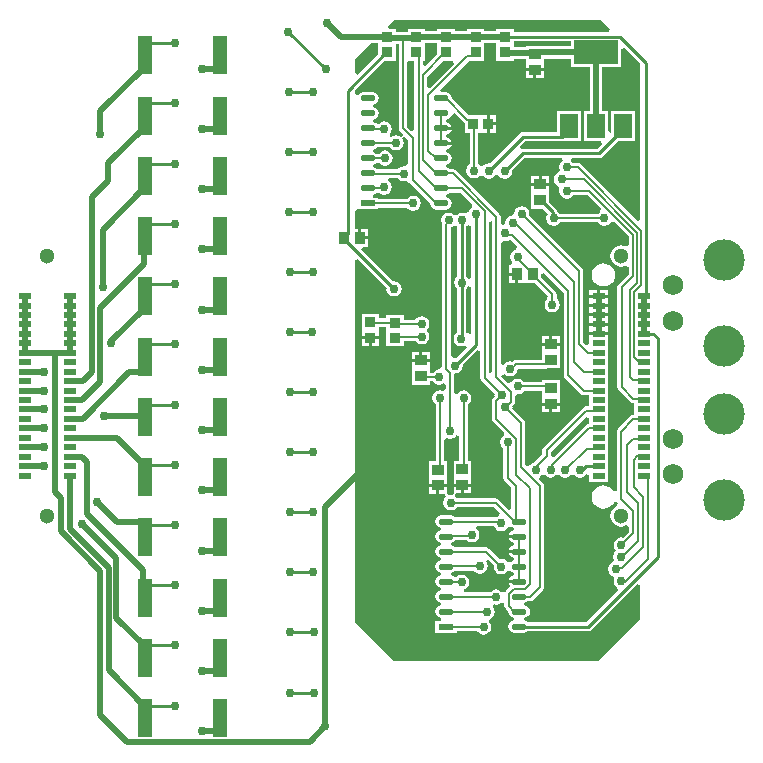
<source format=gbr>
%TF.GenerationSoftware,Altium Limited,Altium Designer,19.0.10 (269)*%
G04 Layer_Physical_Order=2*
G04 Layer_Color=16711680*
%FSLAX26Y26*%
%MOIN*%
%TF.FileFunction,Copper,L2,Bot,Signal*%
%TF.Part,Single*%
G01*
G75*
%TA.AperFunction,SMDPad,CuDef*%
%ADD10R,0.033465X0.037402*%
%ADD11R,0.037402X0.033465*%
%ADD17R,0.039370X0.035433*%
%TA.AperFunction,Conductor*%
%ADD20C,0.008000*%
%ADD21C,0.010000*%
%ADD22C,0.020000*%
%TA.AperFunction,ComponentPad*%
%ADD24C,0.051181*%
%ADD25C,0.137795*%
%ADD26C,0.068898*%
%TA.AperFunction,ViaPad*%
%ADD27C,0.030000*%
%TA.AperFunction,SMDPad,CuDef*%
%ADD28R,0.149606X0.078740*%
%ADD29R,0.059055X0.078740*%
%TA.AperFunction,ConnectorPad*%
%ADD30R,0.037402X0.033465*%
%TA.AperFunction,SMDPad,CuDef*%
%ADD31O,0.051181X0.019685*%
%ADD32R,0.051181X0.019685*%
%ADD33R,0.035433X0.039370*%
%ADD34R,0.043307X0.019685*%
%ADD35R,0.049000X0.125000*%
G36*
X2073719Y2467619D02*
X2069892Y2458381D01*
X1752126D01*
Y2468662D01*
X1694724D01*
Y2462321D01*
X1653701D01*
Y2468661D01*
X1596299D01*
Y2462321D01*
X1555276D01*
Y2468661D01*
X1497874D01*
Y2462321D01*
X1456850D01*
Y2468661D01*
X1399449D01*
Y2458384D01*
X1358425D01*
Y2468662D01*
X1337042D01*
X1333215Y2477900D01*
X1353346Y2498031D01*
X2043307Y2498032D01*
X2073719Y2467619D01*
D02*
G37*
G36*
X1941772Y2411140D02*
X1851535D01*
Y2413543D01*
X1792165D01*
Y2408679D01*
X1752126D01*
Y2415197D01*
Y2427793D01*
X1941772D01*
Y2411140D01*
D02*
G37*
G36*
X1694724Y2364016D02*
X1752126D01*
Y2367896D01*
X1792165D01*
Y2337677D01*
X1851535D01*
Y2358110D01*
Y2370356D01*
X1941772D01*
Y2343347D01*
X2006183D01*
Y2194055D01*
X1987047D01*
Y2095315D01*
X2042904D01*
X2046731Y2086076D01*
X2030559Y2069904D01*
X1781972D01*
X1778141Y2069142D01*
X1773121Y2075437D01*
X1772246Y2077389D01*
X1789878Y2095021D01*
X1911496D01*
X1912974Y2095315D01*
X1975551D01*
Y2194055D01*
X1896496D01*
Y2125609D01*
X1783543D01*
X1777691Y2124445D01*
X1772729Y2121130D01*
X1672512Y2020912D01*
X1669291Y2021553D01*
X1659537Y2019612D01*
X1651267Y2014087D01*
X1651140Y2013897D01*
X1641173Y2013280D01*
X1633369Y2020863D01*
Y2123858D01*
X1662323D01*
Y2152559D01*
Y2181260D01*
X1616688D01*
X1615309Y2181534D01*
X1615308Y2181534D01*
X1601645D01*
X1545814Y2237365D01*
X1545822Y2237402D01*
X1544282Y2245144D01*
X1539896Y2251707D01*
X1533333Y2256093D01*
X1525591Y2257633D01*
X1510374D01*
X1506547Y2266872D01*
X1603417Y2363741D01*
X1612267D01*
X1612268Y2363741D01*
X1613647Y2364016D01*
X1653701D01*
Y2421537D01*
X1694724D01*
Y2364016D01*
D02*
G37*
G36*
X1497874Y2384203D02*
X1458332Y2344661D01*
X1449093Y2348488D01*
Y2364016D01*
X1456850D01*
Y2421537D01*
X1497874D01*
Y2384203D01*
D02*
G37*
G36*
X1301024Y2385645D02*
X1232664Y2317285D01*
X1223425Y2321112D01*
Y2368110D01*
X1276852Y2421537D01*
X1301024D01*
Y2385645D01*
D02*
G37*
G36*
X1553317Y2354016D02*
X1472332Y2273031D01*
X1463093Y2276858D01*
Y2309048D01*
X1518061Y2364016D01*
X1549175D01*
X1553317Y2354016D01*
D02*
G37*
G36*
X1420545Y2133583D02*
X1411306Y2129756D01*
X1397148Y2143914D01*
Y2354968D01*
X1399449Y2364016D01*
X1420545D01*
Y2133583D01*
D02*
G37*
G36*
X1368600Y2138001D02*
X1368600Y2138001D01*
X1369686Y2132539D01*
X1372781Y2127907D01*
X1384747Y2115941D01*
X1378372Y2108174D01*
X1370975Y2113116D01*
X1361220Y2115057D01*
X1351466Y2113116D01*
X1343197Y2107591D01*
X1341148Y2107985D01*
X1339045Y2117514D01*
X1339087Y2117606D01*
X1344612Y2125876D01*
X1346553Y2135630D01*
X1344612Y2145385D01*
X1339087Y2153654D01*
X1330817Y2159180D01*
X1321063Y2161120D01*
X1311308Y2159180D01*
X1303039Y2153654D01*
X1291994Y2154331D01*
X1289356Y2156093D01*
X1281614Y2157633D01*
Y2167171D01*
X1289356Y2168711D01*
X1295920Y2173096D01*
X1300305Y2179660D01*
X1301845Y2187402D01*
X1300305Y2195144D01*
X1295920Y2201707D01*
X1289356Y2206093D01*
X1281614Y2207633D01*
Y2217171D01*
X1289356Y2218711D01*
X1295920Y2223096D01*
X1300305Y2229660D01*
X1301845Y2237402D01*
X1300305Y2245144D01*
X1295920Y2251707D01*
X1289356Y2256093D01*
X1281614Y2257633D01*
X1250118D01*
X1242376Y2256093D01*
X1235812Y2251707D01*
X1233425Y2248135D01*
X1223425Y2251168D01*
Y2264789D01*
X1322652Y2364016D01*
X1358425D01*
Y2417600D01*
X1368600D01*
Y2138001D01*
D02*
G37*
G36*
X1400553Y2100136D02*
Y2017560D01*
X1390552Y2010770D01*
X1385827Y2011710D01*
X1376072Y2009770D01*
X1367803Y2004245D01*
X1365692Y2001085D01*
X1296335D01*
X1295920Y2001707D01*
X1289356Y2006093D01*
X1281614Y2007633D01*
Y2017171D01*
X1289356Y2018711D01*
X1293940Y2021774D01*
X1305303Y2020854D01*
X1313572Y2015329D01*
X1323327Y2013388D01*
X1333081Y2015329D01*
X1341351Y2020854D01*
X1346876Y2029123D01*
X1348817Y2038878D01*
X1346876Y2048633D01*
X1341351Y2056902D01*
X1333081Y2062427D01*
X1323327Y2064368D01*
X1313572Y2062427D01*
X1305303Y2056902D01*
X1303338Y2053961D01*
X1293422Y2053376D01*
X1289356Y2056093D01*
X1281614Y2057633D01*
Y2067171D01*
X1289356Y2068711D01*
X1295920Y2073096D01*
X1296664Y2074210D01*
X1341414D01*
X1343197Y2071543D01*
X1351466Y2066017D01*
X1361220Y2064077D01*
X1370975Y2066017D01*
X1379245Y2071543D01*
X1384770Y2079812D01*
X1386710Y2089567D01*
X1384770Y2099321D01*
X1379828Y2106718D01*
X1387595Y2113093D01*
X1400553Y2100136D01*
D02*
G37*
G36*
X1367803Y1968197D02*
X1376072Y1962671D01*
X1385827Y1960731D01*
X1395581Y1962671D01*
X1404649Y1956703D01*
X1404733Y1956576D01*
X1473871Y1887439D01*
X1473863Y1887402D01*
X1475403Y1879660D01*
X1479789Y1873096D01*
X1486352Y1868711D01*
X1494094Y1867171D01*
X1525591D01*
X1533333Y1868711D01*
X1539896Y1873096D01*
X1544282Y1879660D01*
X1545822Y1887402D01*
X1544282Y1895144D01*
X1539896Y1901707D01*
X1533333Y1906093D01*
X1525591Y1907633D01*
Y1917171D01*
X1533333Y1918711D01*
X1539896Y1923096D01*
X1539917Y1923128D01*
X1574969D01*
X1614146Y1883951D01*
X1611876Y1872079D01*
X1607870Y1869402D01*
X1602344Y1861132D01*
X1601913Y1858961D01*
X1590801Y1854359D01*
X1589479Y1855242D01*
X1579724Y1857183D01*
X1569970Y1855242D01*
X1561700Y1849717D01*
X1553457D01*
X1545188Y1855242D01*
X1535433Y1857183D01*
X1525679Y1855242D01*
X1517409Y1849717D01*
X1511884Y1841447D01*
X1509943Y1831693D01*
X1511884Y1821938D01*
X1513913Y1818901D01*
X1513812Y1818393D01*
X1513812Y1818393D01*
Y1342581D01*
X1503844Y1334368D01*
X1502953Y1334545D01*
X1493198Y1332605D01*
X1484929Y1327079D01*
X1482423Y1323330D01*
X1472598D01*
Y1336457D01*
Y1359173D01*
X1442913D01*
Y1364173D01*
D01*
Y1359173D01*
X1413228D01*
Y1336457D01*
Y1283307D01*
X1472598D01*
Y1294781D01*
X1482423D01*
X1484929Y1291031D01*
X1493198Y1285506D01*
X1502953Y1283565D01*
X1512707Y1285506D01*
X1516080Y1287759D01*
X1526080Y1282414D01*
Y1267385D01*
X1516080Y1262040D01*
X1515660Y1262321D01*
X1505906Y1264261D01*
X1496151Y1262321D01*
X1487881Y1256795D01*
X1482356Y1248526D01*
X1480416Y1238771D01*
X1482356Y1229017D01*
X1487881Y1220747D01*
X1491631Y1218242D01*
Y1028366D01*
X1469114D01*
Y972933D01*
Y952500D01*
X1528484D01*
Y972933D01*
Y1028366D01*
X1520180D01*
Y1099792D01*
X1530180Y1105137D01*
X1530600Y1104856D01*
X1540354Y1102916D01*
X1550109Y1104856D01*
X1558378Y1110382D01*
X1560954Y1114236D01*
X1570954Y1111202D01*
Y1029685D01*
X1551791D01*
Y974252D01*
Y953819D01*
X1611161D01*
Y974252D01*
Y1029685D01*
X1599502D01*
Y1218242D01*
X1603252Y1220747D01*
X1608777Y1229017D01*
X1610718Y1238771D01*
X1608777Y1248526D01*
X1603252Y1256795D01*
X1594983Y1262321D01*
X1585228Y1264261D01*
X1575474Y1262321D01*
X1567204Y1256795D01*
X1564629Y1252941D01*
X1554629Y1255975D01*
Y1318950D01*
X1557087Y1320967D01*
X1566841Y1322907D01*
X1575111Y1328433D01*
X1580636Y1336702D01*
X1582576Y1346457D01*
X1581936Y1349677D01*
X1630620Y1398361D01*
X1640620Y1394219D01*
Y1306390D01*
X1640620Y1306389D01*
X1641706Y1300927D01*
X1644800Y1296296D01*
X1688180Y1252916D01*
Y1247998D01*
X1688116Y1247677D01*
X1688180Y1247356D01*
Y1242438D01*
X1684332Y1238590D01*
X1681238Y1233959D01*
X1680151Y1228496D01*
X1680151Y1228496D01*
Y1170406D01*
X1680151Y1170406D01*
X1681238Y1164943D01*
X1684332Y1160312D01*
X1720536Y1124108D01*
X1718266Y1112236D01*
X1714259Y1109559D01*
X1708734Y1101290D01*
X1706794Y1091535D01*
X1708734Y1081781D01*
X1714259Y1073511D01*
X1718009Y1071006D01*
Y972333D01*
X1718009Y972332D01*
X1719096Y966870D01*
X1722190Y962239D01*
X1744529Y939900D01*
Y870692D01*
X1735290Y866865D01*
X1702298Y899857D01*
X1697667Y902952D01*
X1692205Y904038D01*
X1692204Y904038D01*
X1562852D01*
X1560347Y907788D01*
X1555386Y911102D01*
X1558420Y921102D01*
X1576476D01*
Y943819D01*
X1551791D01*
Y923566D01*
X1545297Y915919D01*
X1535764Y915353D01*
X1528484Y922489D01*
Y942500D01*
X1503799D01*
Y919783D01*
X1524252D01*
X1527285Y909783D01*
X1524299Y907788D01*
X1518773Y899518D01*
X1516833Y889764D01*
X1518773Y880009D01*
X1524299Y871740D01*
X1532568Y866214D01*
X1542323Y864274D01*
X1552077Y866214D01*
X1560347Y871740D01*
X1562852Y875490D01*
X1686292D01*
X1706126Y855656D01*
X1702834Y844805D01*
X1700875Y844416D01*
X1696422Y841440D01*
X1556649D01*
X1556628Y841471D01*
X1550065Y845857D01*
X1542323Y847397D01*
X1510827D01*
X1503085Y845857D01*
X1496521Y841471D01*
X1492136Y834908D01*
X1490596Y827165D01*
X1492136Y819423D01*
X1496521Y812860D01*
X1503085Y808474D01*
X1510827Y806934D01*
Y797397D01*
X1503085Y795857D01*
X1496521Y791471D01*
X1492136Y784908D01*
X1490596Y777165D01*
X1492136Y769423D01*
X1496521Y762860D01*
X1503085Y758474D01*
X1510827Y756934D01*
Y747397D01*
X1503085Y745857D01*
X1496521Y741471D01*
X1492136Y734908D01*
X1490596Y727165D01*
X1492136Y719423D01*
X1496521Y712860D01*
X1503085Y708474D01*
X1510827Y706934D01*
Y697397D01*
X1503085Y695857D01*
X1496521Y691471D01*
X1492136Y684908D01*
X1490596Y677165D01*
X1492136Y669423D01*
X1496521Y662860D01*
X1503085Y658474D01*
X1510827Y656934D01*
Y647397D01*
X1503085Y645857D01*
X1496521Y641471D01*
X1492136Y634908D01*
X1490596Y627165D01*
X1492136Y619423D01*
X1496521Y612860D01*
X1503085Y608474D01*
X1510827Y606934D01*
Y597397D01*
X1503085Y595857D01*
X1496521Y591471D01*
X1492136Y584908D01*
X1490596Y577165D01*
X1492136Y569423D01*
X1496521Y562860D01*
X1503085Y558474D01*
X1510827Y556934D01*
Y547397D01*
X1503085Y545857D01*
X1496521Y541471D01*
X1492136Y534908D01*
X1490596Y527165D01*
X1492136Y519423D01*
X1496521Y512860D01*
X1503085Y508474D01*
X1510827Y506934D01*
X1510649Y497008D01*
X1490984D01*
Y457323D01*
X1562165D01*
Y462005D01*
X1630453D01*
X1633551Y457370D01*
X1641820Y451844D01*
X1651575Y449904D01*
X1661329Y451844D01*
X1669599Y457370D01*
X1675124Y465639D01*
X1677065Y475394D01*
X1675124Y485148D01*
X1670361Y492277D01*
X1671364Y498207D01*
X1673140Y503025D01*
X1681410Y508551D01*
X1686935Y516820D01*
X1688876Y526575D01*
X1686935Y536329D01*
X1683112Y542051D01*
X1688065Y551257D01*
X1688070Y551261D01*
X1692913Y550298D01*
X1702668Y552238D01*
X1710686Y557596D01*
X1712258Y557301D01*
X1720686Y554354D01*
Y547008D01*
X1720686Y547008D01*
X1721773Y541545D01*
X1724867Y536914D01*
X1734579Y527202D01*
X1734572Y527165D01*
X1736112Y519423D01*
X1740498Y512860D01*
X1747061Y508474D01*
X1754803Y506934D01*
Y497397D01*
X1747061Y495857D01*
X1740498Y491471D01*
X1736112Y484908D01*
X1734572Y477165D01*
X1736112Y469423D01*
X1740498Y462860D01*
X1747061Y458474D01*
X1754803Y456934D01*
X1786299D01*
X1794041Y458474D01*
X1799126Y461872D01*
X2000963D01*
X2006816Y463036D01*
X2011778Y466351D01*
X2163990Y618563D01*
X2173228Y614736D01*
Y502953D01*
X2031496Y361221D01*
X1354331D01*
X1223425Y492126D01*
X1223425Y1698573D01*
X1232664Y1702400D01*
X1328497Y1606567D01*
X1327857Y1603347D01*
X1329797Y1593592D01*
X1335322Y1585322D01*
X1343592Y1579797D01*
X1353347Y1577857D01*
X1363101Y1579797D01*
X1371370Y1585322D01*
X1376896Y1593592D01*
X1378836Y1603347D01*
X1376896Y1613101D01*
X1371370Y1621370D01*
X1363101Y1626896D01*
X1353347Y1628836D01*
X1350126Y1628196D01*
X1244608Y1733714D01*
X1248435Y1742953D01*
X1266890D01*
Y1767638D01*
X1239173D01*
Y1772638D01*
X1234173D01*
Y1802323D01*
X1223425D01*
Y1860397D01*
X1230276Y1867559D01*
X1233425Y1867559D01*
X1301457D01*
Y1873324D01*
X1396925D01*
X1399299Y1869771D01*
X1407568Y1864246D01*
X1417323Y1862305D01*
X1427077Y1864246D01*
X1435347Y1869771D01*
X1440872Y1878041D01*
X1442813Y1887795D01*
X1440872Y1897550D01*
X1435347Y1905819D01*
X1427077Y1911345D01*
X1417323Y1913285D01*
X1407568Y1911345D01*
X1399299Y1905819D01*
X1396662Y1901873D01*
X1301457D01*
Y1907244D01*
X1281792D01*
X1281614Y1917171D01*
X1289356Y1918711D01*
X1292865Y1921055D01*
X1302842Y1922921D01*
X1311112Y1917395D01*
X1320866Y1915455D01*
X1330621Y1917395D01*
X1338890Y1922921D01*
X1344416Y1931190D01*
X1346356Y1940945D01*
X1344416Y1950699D01*
X1338890Y1958969D01*
X1333550Y1962537D01*
X1336584Y1972537D01*
X1364903D01*
X1367803Y1968197D01*
D02*
G37*
G36*
X1585639Y2157167D02*
X1585639Y2157166D01*
X1589409Y2154647D01*
Y2123858D01*
X1604820D01*
Y2017577D01*
X1601071Y2015071D01*
X1595545Y2006802D01*
X1593605Y1997047D01*
X1595545Y1987293D01*
X1601071Y1979023D01*
X1609340Y1973498D01*
X1619094Y1971557D01*
X1628849Y1973498D01*
X1637119Y1979023D01*
X1637851Y1980119D01*
X1649878D01*
X1651267Y1978039D01*
X1659537Y1972514D01*
X1669291Y1970573D01*
X1679046Y1972514D01*
X1687315Y1978039D01*
X1689982Y1982029D01*
X1690396Y1982183D01*
X1701337Y1981664D01*
X1704417Y1977055D01*
X1712686Y1971529D01*
X1722441Y1969589D01*
X1732195Y1971529D01*
X1740465Y1977055D01*
X1745990Y1985324D01*
X1747931Y1995079D01*
X1747290Y1998299D01*
X1788307Y2039316D01*
X1913192D01*
X1916226Y2029316D01*
X1911110Y2025898D01*
X1905584Y2017629D01*
X1903644Y2007874D01*
X1905584Y1998120D01*
X1898846Y1990205D01*
X1893487Y1986624D01*
X1887961Y1978354D01*
X1886021Y1968600D01*
X1887961Y1958845D01*
X1893487Y1950576D01*
X1898935Y1946936D01*
X1902370Y1942778D01*
X1904667Y1934275D01*
X1903644Y1929134D01*
X1905584Y1919379D01*
X1911110Y1911110D01*
X1919379Y1905584D01*
X1929134Y1903644D01*
X1938888Y1905584D01*
X1947158Y1911110D01*
X1949663Y1914860D01*
X1998682D01*
X2042386Y1871156D01*
X2040116Y1859284D01*
X2036110Y1856607D01*
X2033604Y1852857D01*
X1906356D01*
X1903851Y1856607D01*
X1896645Y1861422D01*
X1896130Y1864010D01*
X1892814Y1868972D01*
X1870236Y1891550D01*
Y1923071D01*
Y1945787D01*
X1840551D01*
Y1950787D01*
D01*
Y1945787D01*
X1810866D01*
Y1923071D01*
Y1869921D01*
X1848607D01*
X1865447Y1853081D01*
X1862277Y1848337D01*
X1860337Y1838583D01*
X1862277Y1828828D01*
X1867803Y1820559D01*
X1876072Y1815033D01*
X1885827Y1813093D01*
X1895581Y1815033D01*
X1903851Y1820559D01*
X1906356Y1824308D01*
X2033604D01*
X2036110Y1820559D01*
X2044379Y1815033D01*
X2054134Y1813093D01*
X2063888Y1815033D01*
X2072158Y1820559D01*
X2074835Y1824565D01*
X2086707Y1826835D01*
X2135552Y1777989D01*
Y1749385D01*
X2125552Y1744777D01*
X2119527Y1747273D01*
X2110236Y1748496D01*
X2100945Y1747273D01*
X2092287Y1743687D01*
X2084853Y1737982D01*
X2079148Y1730547D01*
X2075562Y1721889D01*
X2074339Y1712599D01*
X2075562Y1703307D01*
X2079148Y1694650D01*
X2084853Y1687215D01*
X2092287Y1681510D01*
X2100945Y1677924D01*
X2110236Y1676701D01*
X2119527Y1677924D01*
X2125552Y1680420D01*
X2135552Y1675812D01*
Y1653014D01*
X2101670Y1619132D01*
X2098576Y1614501D01*
X2097489Y1609039D01*
X2097490Y1609038D01*
Y1275945D01*
X2097489Y1275945D01*
X2098576Y1270482D01*
X2101670Y1265851D01*
X2141292Y1226230D01*
X2141292Y1226229D01*
X2145923Y1223135D01*
X2151386Y1222049D01*
X2153386D01*
Y1183566D01*
X2151386D01*
X2145923Y1182479D01*
X2141292Y1179385D01*
X2141292Y1179385D01*
X2099159Y1137251D01*
X2096064Y1132620D01*
X2094978Y1127158D01*
X2094978Y1127157D01*
Y930564D01*
X2084978Y928575D01*
X2084849Y928887D01*
X2078671Y936938D01*
X2070619Y943116D01*
X2061243Y947000D01*
X2051181Y948325D01*
X2041119Y947000D01*
X2031743Y943116D01*
X2023692Y936938D01*
X2017514Y928887D01*
X2013630Y919511D01*
X2012305Y909449D01*
X2013630Y899387D01*
X2017514Y890011D01*
X2023692Y881960D01*
X2031743Y875781D01*
X2041119Y871898D01*
X2051181Y870573D01*
X2061243Y871898D01*
X2070619Y875781D01*
X2078671Y881960D01*
X2084849Y890011D01*
X2085548Y891700D01*
X2096162Y892640D01*
X2098628Y889279D01*
X2095439Y878850D01*
X2092287Y877545D01*
X2084853Y871840D01*
X2079148Y864405D01*
X2075562Y855748D01*
X2074339Y846457D01*
X2075562Y837166D01*
X2079148Y828508D01*
X2084853Y821073D01*
X2092287Y815369D01*
X2100945Y811782D01*
X2110236Y810559D01*
X2119527Y811782D01*
X2125552Y814278D01*
X2135552Y809670D01*
Y793468D01*
X2115747Y773662D01*
X2111323Y774542D01*
X2101569Y772602D01*
X2093300Y767076D01*
X2087774Y758807D01*
X2085834Y749052D01*
X2087774Y739298D01*
X2093300Y731028D01*
X2088110Y722469D01*
X2085664Y718807D01*
X2083723Y709052D01*
X2085664Y699298D01*
X2079908Y689912D01*
X2074598Y686364D01*
X2069072Y678094D01*
X2067132Y668340D01*
X2069072Y658585D01*
X2074598Y650316D01*
X2082867Y644790D01*
X2084403Y644485D01*
X2086790Y638722D01*
X2084849Y628968D01*
X2086790Y619213D01*
X2092315Y610944D01*
X2096305Y608278D01*
X2098568Y596399D01*
X1994628Y492459D01*
X1799126D01*
X1794041Y495857D01*
X1786299Y497397D01*
Y506934D01*
X1794041Y508474D01*
X1800605Y512860D01*
X1804990Y519423D01*
X1806530Y527165D01*
X1804990Y534908D01*
X1800605Y541471D01*
X1794041Y545857D01*
X1786299Y547397D01*
Y556934D01*
X1794041Y558474D01*
X1800605Y562860D01*
X1800626Y562891D01*
X1806486D01*
X1806486Y562891D01*
X1811949Y563978D01*
X1816580Y567072D01*
X1849660Y600152D01*
X1849660Y600153D01*
X1852755Y604783D01*
X1853841Y610246D01*
Y944224D01*
X1853841Y944224D01*
X1852755Y949687D01*
X1849660Y954318D01*
X1849660Y954318D01*
X1837535Y966443D01*
X1839805Y978315D01*
X1843811Y980992D01*
X1844380Y981843D01*
X1856407D01*
X1856976Y980992D01*
X1865245Y975466D01*
X1875000Y973526D01*
X1884755Y975466D01*
X1893024Y980992D01*
X1893593Y981843D01*
X1905620D01*
X1906189Y980992D01*
X1914458Y975466D01*
X1924213Y973526D01*
X1933967Y975466D01*
X1942237Y980992D01*
X1942805Y981843D01*
X1954832D01*
X1955401Y980992D01*
X1963671Y975466D01*
X1973425Y973526D01*
X1983180Y975466D01*
X1991449Y980992D01*
X1993780Y984479D01*
X2003780Y981446D01*
Y960472D01*
X2067087D01*
Y991969D01*
Y1023465D01*
Y1054961D01*
Y1086457D01*
Y1117953D01*
Y1149449D01*
Y1180945D01*
Y1212441D01*
Y1243937D01*
Y1275433D01*
Y1306929D01*
Y1338425D01*
Y1369921D01*
Y1401417D01*
Y1432913D01*
Y1447756D01*
X2003780D01*
Y1419000D01*
X1994541Y1415173D01*
X1984747Y1424967D01*
Y1661000D01*
X1983660Y1666463D01*
X1980566Y1671093D01*
X1980566Y1671094D01*
X1803153Y1848506D01*
X1804033Y1852929D01*
X1802093Y1862684D01*
X1796567Y1870953D01*
X1788298Y1876479D01*
X1778543Y1878419D01*
X1768789Y1876479D01*
X1760519Y1870953D01*
X1754994Y1862684D01*
X1753781Y1856588D01*
X1751187Y1851553D01*
X1744161Y1846375D01*
X1739261Y1845400D01*
X1730992Y1839874D01*
X1725466Y1831605D01*
X1723526Y1821850D01*
X1723776Y1820591D01*
X1717835Y1816653D01*
X1708700Y1822149D01*
Y1843657D01*
X1708700Y1843658D01*
X1707613Y1849120D01*
X1704519Y1853751D01*
X1560775Y1997495D01*
X1556144Y2000590D01*
X1550681Y2001676D01*
X1550681Y2001676D01*
X1539917D01*
X1539896Y2001707D01*
X1533333Y2006093D01*
X1525591Y2007633D01*
Y2017171D01*
X1533333Y2018711D01*
X1539896Y2023096D01*
X1544282Y2029660D01*
X1545822Y2037402D01*
X1544282Y2045144D01*
X1539896Y2051707D01*
X1533333Y2056093D01*
X1525591Y2057633D01*
Y2067171D01*
X1533333Y2068711D01*
X1539896Y2073096D01*
X1544282Y2079660D01*
X1544827Y2082402D01*
X1509842D01*
Y2092402D01*
X1544827D01*
X1544282Y2095144D01*
X1539896Y2101707D01*
X1533333Y2106093D01*
X1525591Y2107633D01*
Y2117171D01*
X1533333Y2118711D01*
X1539896Y2123096D01*
X1544282Y2129660D01*
X1544827Y2132402D01*
X1509842D01*
Y2142402D01*
X1544827D01*
X1544282Y2145144D01*
X1539896Y2151707D01*
X1533333Y2156093D01*
X1525591Y2157633D01*
Y2167171D01*
X1533333Y2168711D01*
X1539896Y2173096D01*
X1544282Y2179660D01*
X1545065Y2183598D01*
X1555022Y2187534D01*
X1555268Y2187537D01*
X1585639Y2157167D01*
D02*
G37*
G36*
X2173228Y2354164D02*
Y1833351D01*
X2163990Y1829524D01*
X1975546Y2017967D01*
X1970915Y2021062D01*
X1965452Y2022148D01*
X1965452Y2022148D01*
X1949663D01*
X1947158Y2025898D01*
X1942042Y2029316D01*
X1945076Y2039316D01*
X2036893D01*
X2042746Y2040480D01*
X2047708Y2043796D01*
X2099227Y2095315D01*
X2156653D01*
Y2194055D01*
X2077599D01*
Y2124576D01*
X2076102Y2123576D01*
X2066102Y2128921D01*
Y2194055D01*
X2046967D01*
Y2343347D01*
X2111378D01*
Y2402949D01*
X2120617Y2406776D01*
X2173228Y2354164D01*
D02*
G37*
G36*
X1764546Y1743810D02*
X1761006Y1733208D01*
X1755994Y1732211D01*
X1747724Y1726685D01*
X1742198Y1718416D01*
X1740258Y1708661D01*
X1742198Y1698907D01*
X1747308Y1691260D01*
X1746586Y1687946D01*
X1743759Y1681260D01*
X1735079D01*
Y1656575D01*
X1762795D01*
Y1651575D01*
X1767795D01*
Y1621890D01*
X1823474D01*
X1865405Y1579960D01*
X1864727Y1569468D01*
X1862973Y1568296D01*
X1857448Y1560027D01*
X1855507Y1550273D01*
X1857448Y1540518D01*
X1862973Y1532248D01*
X1871243Y1526723D01*
X1880997Y1524783D01*
X1890752Y1526723D01*
X1899021Y1532248D01*
X1904547Y1540518D01*
X1906487Y1550273D01*
X1904547Y1560027D01*
X1899021Y1568296D01*
X1895272Y1570802D01*
Y1584554D01*
X1894185Y1590016D01*
X1891091Y1594647D01*
X1891091Y1594648D01*
X1843661Y1642077D01*
Y1651629D01*
X1852900Y1655456D01*
X1919781Y1588576D01*
Y1314961D01*
X1919781Y1314961D01*
X1920867Y1309498D01*
X1923962Y1304867D01*
X1975143Y1253686D01*
X1979774Y1250592D01*
X1985236Y1249505D01*
X1985237Y1249505D01*
X2003780D01*
Y1211125D01*
X1993110D01*
X1987648Y1210038D01*
X1983017Y1206944D01*
X1983016Y1206944D01*
X1852111Y1076038D01*
X1849017Y1071407D01*
X1847930Y1065945D01*
X1847930Y1065944D01*
Y1051188D01*
X1820120Y1023378D01*
X1816033Y1022565D01*
X1807763Y1017040D01*
X1806842Y1015661D01*
X1795859Y1014000D01*
X1789558Y1019416D01*
Y1155819D01*
X1789558Y1155819D01*
X1788471Y1161282D01*
X1785377Y1165912D01*
X1785377Y1165913D01*
X1748035Y1203254D01*
X1748915Y1207677D01*
X1748035Y1212100D01*
X1752699Y1216764D01*
X1752699Y1216764D01*
X1755794Y1221395D01*
X1756880Y1226858D01*
X1756880Y1226858D01*
Y1245952D01*
X1764610Y1252296D01*
X1765748Y1252069D01*
X1775503Y1254010D01*
X1783772Y1259535D01*
X1786277Y1263285D01*
X1846299D01*
Y1243937D01*
Y1223504D01*
X1905669D01*
Y1243937D01*
Y1299370D01*
X1846299D01*
Y1291833D01*
X1786277D01*
X1783772Y1295583D01*
X1775503Y1301109D01*
X1765748Y1303049D01*
X1755994Y1301109D01*
X1747724Y1295583D01*
X1745047Y1291577D01*
X1733175Y1289307D01*
X1711329Y1311153D01*
X1712031Y1315710D01*
X1722134Y1318590D01*
X1730403Y1313065D01*
X1740158Y1311124D01*
X1749912Y1313065D01*
X1758181Y1318590D01*
X1763707Y1326860D01*
X1765486Y1335802D01*
X1766850Y1337167D01*
X1862267D01*
X1862268Y1337167D01*
X1863648Y1337441D01*
X1905669D01*
Y1390591D01*
Y1413307D01*
X1875985D01*
X1846299D01*
Y1390591D01*
Y1365715D01*
X1760938D01*
X1760937Y1365715D01*
X1755475Y1364629D01*
X1750844Y1361534D01*
X1750844Y1361534D01*
X1749546Y1360236D01*
X1740158Y1362104D01*
X1730403Y1360164D01*
X1722133Y1354638D01*
X1718700Y1349499D01*
X1708700Y1352533D01*
Y1756062D01*
X1718700Y1762852D01*
X1723425Y1761912D01*
X1733180Y1763852D01*
X1739968Y1768388D01*
X1764546Y1743810D01*
D02*
G37*
G36*
X1610600Y1813941D02*
Y1639332D01*
X1600600Y1636299D01*
X1596764Y1642040D01*
X1594526Y1643535D01*
Y1810969D01*
X1597264Y1813346D01*
X1597748Y1813669D01*
X1597902Y1813899D01*
X1601464Y1816990D01*
X1610600Y1813941D01*
D02*
G37*
G36*
Y1608699D02*
Y1455574D01*
X1608639Y1453978D01*
X1595857Y1455109D01*
X1593580Y1456630D01*
Y1603864D01*
X1596764Y1605992D01*
X1600600Y1611732D01*
X1610600Y1608699D01*
D02*
G37*
G36*
X1562824Y1812332D02*
X1563938Y1811356D01*
Y1644193D01*
X1560716Y1642040D01*
X1555191Y1633770D01*
X1553250Y1624016D01*
X1555191Y1614261D01*
X1560716Y1605992D01*
X1562993Y1604471D01*
Y1457236D01*
X1559809Y1455109D01*
X1554283Y1446839D01*
X1552343Y1437085D01*
X1554283Y1427330D01*
X1559809Y1419061D01*
X1568078Y1413535D01*
X1577833Y1411595D01*
X1587587Y1413535D01*
X1590019Y1415160D01*
X1596394Y1407392D01*
X1560307Y1371306D01*
X1557087Y1371947D01*
X1552361Y1371006D01*
X1542361Y1377796D01*
Y1807581D01*
X1545188Y1808143D01*
X1553457Y1813669D01*
X1562824Y1812332D01*
D02*
G37*
G36*
X1680151Y1829387D02*
Y1326424D01*
X1670151Y1321079D01*
X1669168Y1321736D01*
Y1824699D01*
X1679168Y1830044D01*
X1680151Y1829387D01*
D02*
G37*
G36*
X2003780Y1173191D02*
Y1161654D01*
X2002953Y1152070D01*
X1997490Y1150983D01*
X1992859Y1147889D01*
X1885788Y1040818D01*
X1877315Y1044876D01*
X1876479Y1045651D01*
Y1060032D01*
X1993780Y1177333D01*
X2003780Y1173191D01*
D02*
G37*
G36*
X1687080Y811112D02*
X1692606Y802842D01*
X1700875Y797317D01*
X1710630Y795376D01*
X1720384Y797317D01*
X1728654Y802842D01*
X1731909Y807714D01*
X1733442Y808632D01*
X1742144Y810522D01*
X1744227Y810368D01*
X1747061Y808474D01*
X1754803Y806934D01*
Y797397D01*
X1747061Y795857D01*
X1740498Y791471D01*
X1736112Y784908D01*
X1735567Y782165D01*
X1770551D01*
Y772165D01*
X1735567D01*
X1736112Y769423D01*
X1740498Y762860D01*
X1747061Y758474D01*
X1754803Y756934D01*
Y747397D01*
X1747061Y745857D01*
X1740498Y741471D01*
X1736112Y734908D01*
X1735567Y732165D01*
X1770551D01*
Y722165D01*
X1735567D01*
X1736112Y719423D01*
X1740498Y712860D01*
X1747061Y708474D01*
X1754803Y706934D01*
Y697397D01*
X1747061Y695857D01*
X1742342Y692703D01*
X1736798Y692162D01*
X1729804Y693467D01*
X1728654Y695189D01*
X1720384Y700715D01*
X1710630Y702655D01*
X1706207Y701775D01*
X1670723Y737259D01*
X1666092Y740353D01*
X1660630Y741440D01*
X1660629Y741440D01*
X1556649D01*
X1556628Y741471D01*
X1550065Y745857D01*
X1542323Y747397D01*
Y756934D01*
X1550065Y758474D01*
X1556628Y762860D01*
X1558143Y765127D01*
X1594650D01*
X1602450Y759915D01*
X1612205Y757975D01*
X1621959Y759915D01*
X1630229Y765441D01*
X1635754Y773710D01*
X1637695Y783465D01*
X1635754Y793219D01*
X1630229Y801489D01*
X1628130Y802891D01*
X1631163Y812891D01*
X1686726D01*
X1687080Y811112D01*
D02*
G37*
G36*
X1686020Y681588D02*
X1685140Y677165D01*
X1687080Y667411D01*
X1692606Y659141D01*
X1700875Y653616D01*
X1710630Y651676D01*
X1720384Y653616D01*
X1728654Y659141D01*
X1729804Y660864D01*
X1736798Y662169D01*
X1742342Y661627D01*
X1747061Y658474D01*
X1754803Y656934D01*
Y647397D01*
X1747061Y645857D01*
X1740498Y641471D01*
X1736112Y634908D01*
X1735567Y632165D01*
X1770551D01*
Y622165D01*
X1735567D01*
X1736112Y619423D01*
X1740497Y612860D01*
X1740655Y611265D01*
X1724867Y595478D01*
X1723359Y593221D01*
X1715029Y591902D01*
X1711885Y592394D01*
X1710937Y593811D01*
X1702668Y599337D01*
X1692913Y601277D01*
X1683159Y599337D01*
X1674889Y593811D01*
X1672844Y590751D01*
X1587149D01*
X1586164Y600751D01*
X1588495Y601214D01*
X1596764Y606740D01*
X1602290Y615009D01*
X1604230Y624764D01*
X1602290Y634518D01*
X1596764Y642788D01*
X1588495Y648313D01*
X1578740Y650254D01*
X1568986Y648313D01*
X1560716Y642788D01*
X1550635Y645476D01*
X1550065Y645857D01*
X1542323Y647397D01*
Y656934D01*
X1550065Y658474D01*
X1556628Y662860D01*
X1556978Y663383D01*
X1619563D01*
X1621740Y660126D01*
X1630009Y654600D01*
X1639764Y652660D01*
X1649518Y654600D01*
X1657788Y660126D01*
X1663313Y668395D01*
X1665254Y678150D01*
X1663313Y687904D01*
X1658785Y694681D01*
X1666553Y701056D01*
X1686020Y681588D01*
D02*
G37*
%LPC*%
G36*
X1851535Y2327677D02*
X1826850D01*
Y2304961D01*
X1851535D01*
Y2327677D01*
D02*
G37*
G36*
X1816850D02*
X1792165D01*
Y2304961D01*
X1816850D01*
Y2327677D01*
D02*
G37*
G36*
X1694055Y2181260D02*
X1672323D01*
Y2157559D01*
X1694055D01*
Y2181260D01*
D02*
G37*
G36*
Y2147559D02*
X1672323D01*
Y2123858D01*
X1694055D01*
Y2147559D01*
D02*
G37*
G36*
X1266890Y1802323D02*
X1244173D01*
Y1777638D01*
X1266890D01*
Y1802323D01*
D02*
G37*
G36*
X1302323Y1517874D02*
X1244921D01*
Y1464409D01*
Y1444961D01*
X1273622D01*
X1302323D01*
Y1475883D01*
X1327598D01*
Y1463425D01*
Y1412244D01*
X1385000D01*
Y1429623D01*
X1425337D01*
X1427842Y1425874D01*
X1436112Y1420348D01*
X1445866Y1418408D01*
X1455621Y1420348D01*
X1463890Y1425874D01*
X1469416Y1434143D01*
X1471356Y1443898D01*
X1469416Y1453652D01*
X1463890Y1461921D01*
X1465149Y1471553D01*
X1468431Y1476466D01*
X1470372Y1486220D01*
X1468431Y1495975D01*
X1462906Y1504245D01*
X1454636Y1509770D01*
X1444882Y1511710D01*
X1435127Y1509770D01*
X1426858Y1504245D01*
X1424352Y1500495D01*
X1385000D01*
Y1516890D01*
X1327598D01*
Y1504432D01*
X1302323D01*
Y1517874D01*
D02*
G37*
G36*
Y1434961D02*
X1278622D01*
Y1413228D01*
X1302323D01*
Y1434961D01*
D02*
G37*
G36*
X1268622D02*
X1244921D01*
Y1413228D01*
X1268622D01*
Y1434961D01*
D02*
G37*
G36*
X1472598Y1391890D02*
X1447913D01*
Y1369173D01*
X1472598D01*
Y1391890D01*
D02*
G37*
G36*
X1437913D02*
X1413228D01*
Y1369173D01*
X1437913D01*
Y1391890D01*
D02*
G37*
G36*
X1611161Y943819D02*
X1586476D01*
Y921102D01*
X1611161D01*
Y943819D01*
D02*
G37*
G36*
X1493799Y942500D02*
X1469114D01*
Y919783D01*
X1493799D01*
Y942500D01*
D02*
G37*
G36*
X1870236Y1978504D02*
X1845551D01*
Y1955787D01*
X1870236D01*
Y1978504D01*
D02*
G37*
G36*
X1835551D02*
X1810866D01*
Y1955787D01*
X1835551D01*
Y1978504D01*
D02*
G37*
G36*
X2051181Y1688482D02*
X2041119Y1687158D01*
X2031743Y1683274D01*
X2023692Y1677096D01*
X2017514Y1669044D01*
X2013630Y1659668D01*
X2012305Y1649606D01*
X2013630Y1639544D01*
X2017514Y1630168D01*
X2023692Y1622117D01*
X2031743Y1615939D01*
X2041119Y1612055D01*
X2051181Y1610730D01*
X2061243Y1612055D01*
X2070619Y1615939D01*
X2078671Y1622117D01*
X2084849Y1630168D01*
X2088732Y1639544D01*
X2090057Y1649606D01*
X2088732Y1659668D01*
X2084849Y1669044D01*
X2078671Y1677096D01*
X2070619Y1683274D01*
X2061243Y1687158D01*
X2051181Y1688482D01*
D02*
G37*
G36*
X2067087Y1598583D02*
X2040433D01*
Y1583740D01*
X2067087D01*
Y1598583D01*
D02*
G37*
G36*
X2030433D02*
X2003780D01*
Y1583740D01*
X2030433D01*
Y1598583D01*
D02*
G37*
G36*
X2067087Y1573740D02*
X2003780D01*
Y1558898D01*
Y1552244D01*
X2067087D01*
Y1558898D01*
Y1573740D01*
D02*
G37*
G36*
Y1542244D02*
X2003780D01*
Y1527402D01*
Y1520748D01*
X2067087D01*
Y1527402D01*
Y1542244D01*
D02*
G37*
G36*
Y1510748D02*
X2003780D01*
Y1495906D01*
Y1489252D01*
X2067087D01*
Y1495906D01*
Y1510748D01*
D02*
G37*
G36*
Y1479252D02*
X2003780D01*
Y1464409D01*
Y1457756D01*
X2067087D01*
Y1464409D01*
Y1479252D01*
D02*
G37*
G36*
X1757795Y1646575D02*
X1735079D01*
Y1621890D01*
X1757795D01*
Y1646575D01*
D02*
G37*
G36*
X1905669Y1446024D02*
X1880985D01*
Y1423307D01*
X1905669D01*
Y1446024D01*
D02*
G37*
G36*
X1870985D02*
X1846299D01*
Y1423307D01*
X1870985D01*
Y1446024D01*
D02*
G37*
G36*
X1905669Y1213504D02*
X1880984D01*
Y1190787D01*
X1905669D01*
Y1213504D01*
D02*
G37*
G36*
X1870984D02*
X1846299D01*
Y1190787D01*
X1870984D01*
Y1213504D01*
D02*
G37*
%LPD*%
D10*
X1667323Y2152559D02*
D03*
X1616142D02*
D03*
D11*
X1273622Y1491142D02*
D03*
Y1439961D02*
D03*
X1356299Y1438976D02*
D03*
Y1490157D02*
D03*
D17*
X1821850Y2332677D02*
D03*
Y2385827D02*
D03*
X1442913Y1364173D02*
D03*
Y1311024D02*
D03*
X1498799Y947500D02*
D03*
Y1000649D02*
D03*
X1581476Y948819D02*
D03*
Y1001968D02*
D03*
X1875984Y1218504D02*
D03*
Y1271653D02*
D03*
Y1418307D02*
D03*
Y1365158D02*
D03*
X1840551Y1950787D02*
D03*
Y1897638D02*
D03*
D20*
X1509842Y1937402D02*
X1580882D01*
X1494094D02*
X1509842D01*
X1806142Y618946D02*
Y937953D01*
X1761284Y982811D02*
X1806142Y937953D01*
X1761284Y982811D02*
Y1103547D01*
X1580882Y1937402D02*
X1654894Y1863390D01*
Y1306389D02*
X1713606Y1247677D01*
X1654894Y1306389D02*
Y1863390D01*
X1734961Y547008D02*
X1754803Y527165D01*
X1694425Y1228496D02*
X1713606Y1247677D01*
X1694425Y1170406D02*
Y1228496D01*
Y1170406D02*
X1761284Y1103547D01*
X1775284Y1008508D02*
X1839567Y944224D01*
Y610246D02*
Y944224D01*
X1825787Y999016D02*
Y1008858D01*
X1775284Y1008508D02*
Y1155819D01*
X1862205Y1045276D02*
Y1065945D01*
X1825787Y1008858D02*
X1862205Y1045276D01*
X1789361Y602165D02*
X1806142Y618946D01*
X1734961Y547008D02*
Y585384D01*
X1751742Y602165D02*
X1789361D01*
X1734961Y585384D02*
X1751742Y602165D01*
X1754803Y527165D02*
X1770551D01*
X2113722Y672549D02*
X2184055Y742882D01*
X2096831Y672549D02*
X2113722D01*
X2092622Y668340D02*
X2096831Y672549D01*
X2151386Y1236323D02*
X2181000D01*
X2185039Y1232284D01*
X2111764Y1275945D02*
X2151386Y1236323D01*
X2173228Y1295276D02*
X2181897D01*
X2185039D01*
X2151386Y1298418D02*
X2173228D01*
X2181897D01*
X2139386Y1310418D02*
X2151386Y1298418D01*
X2181897D02*
X2185039Y1295276D01*
X1434819Y1996677D02*
X1494094Y1937402D01*
X1428150Y2390748D02*
X1434819Y2384079D01*
Y1996677D02*
Y2384079D01*
X1382874Y2138001D02*
X1414827Y2106048D01*
X1382874Y2138001D02*
Y2437992D01*
X1414827Y1966669D02*
Y2106048D01*
Y1966669D02*
X1494094Y1887402D01*
X1448819Y2314961D02*
X1524606Y2390748D01*
X1448819Y2032677D02*
Y2314961D01*
Y2032677D02*
X1494094Y1987402D01*
X1467520Y2248032D02*
X1597504Y2378016D01*
X1467520Y2063977D02*
Y2248032D01*
Y2063977D02*
X1494094Y2037402D01*
X1597504Y2378016D02*
X1612268D01*
X2153386Y1375779D02*
X2170897Y1358268D01*
X2185039D01*
X2153386Y1592725D02*
X2177827Y1617166D01*
X2153386Y1375779D02*
Y1592725D01*
X2177827Y1617166D02*
Y1795500D01*
X2139386Y1310418D02*
Y1598524D01*
X2163827Y1622965D01*
Y1789701D01*
X1692224Y576476D02*
X1692913Y575787D01*
X1527264Y576476D02*
X1692224D01*
X1806486Y577165D02*
X1839567Y610246D01*
X1770551Y577165D02*
X1806486D01*
X1360138Y2088484D02*
X1361220Y2089567D01*
X1266949Y2088484D02*
X1360138D01*
X1265866Y2087402D02*
X1266949Y2088484D01*
X1319094Y1939173D02*
X1320866Y1940945D01*
X1267638Y1939173D02*
X1319094D01*
X1265866Y1937402D02*
X1267638Y1939173D01*
X1385236Y1986811D02*
X1385827Y1986220D01*
X1266457Y1986811D02*
X1385236D01*
X1265866Y1987402D02*
X1266457Y1986811D01*
X1509842Y1987402D02*
X1550681D01*
X1494094D02*
X1509842D01*
X1494094Y1887402D02*
X1509842D01*
X1267638Y2135630D02*
X1321063D01*
X1267342Y2038878D02*
X1323327D01*
X1952756Y1360236D02*
Y1626968D01*
X1757874Y1821850D02*
X1952756Y1626968D01*
X1749016Y1821850D02*
X1757874D01*
X1934055Y1314961D02*
Y1594488D01*
X1745351Y1783192D02*
X1934055Y1594488D01*
X1727635Y1783192D02*
X1745351D01*
X1970472Y1419055D02*
X1999763Y1389764D01*
X2035433D01*
X1952756Y1360236D02*
X1986220Y1326772D01*
X2035433D01*
X1934055Y1314961D02*
X1985236Y1263780D01*
X2035433D01*
X1526575Y625965D02*
X1577539D01*
X1862205Y1065945D02*
X1993110Y1196850D01*
X2002953Y1137795D02*
X2035433D01*
X1879209Y1014052D02*
X2002953Y1137795D01*
X1879209Y1003225D02*
Y1014052D01*
X1993110Y1196850D02*
X2031496D01*
X2035433Y1200787D01*
X1875000Y999016D02*
X1879209Y1003225D01*
X2151575Y942913D02*
X2184055Y910433D01*
Y742882D02*
Y910433D01*
X2130905Y924433D02*
X2166339Y889000D01*
Y763055D02*
Y889000D01*
X2114898Y711614D02*
X2166339Y763055D01*
X2149827Y787556D02*
Y862856D01*
X2111323Y749052D02*
X2149827Y787556D01*
X2109252Y903430D02*
X2149827Y862856D01*
X2189977Y980315D02*
X2200787Y969504D01*
Y701772D02*
Y969504D01*
X2124016Y625000D02*
X2200787Y701772D01*
X2130905Y1081693D02*
X2151386Y1102173D01*
X2130905Y924433D02*
Y1081693D01*
X2109252Y1127158D02*
X2151386Y1169291D01*
X2109252Y903430D02*
Y1127158D01*
X2173228Y1106299D02*
X2185039D01*
X2151575Y942913D02*
Y1033699D01*
X2163151Y1045276D01*
X2183071D01*
X2185039Y1043307D01*
X2111764Y1275945D02*
Y1609039D01*
X2149827Y1647102D01*
X2151386Y1102173D02*
X2180913D01*
X2185039Y1106299D01*
X2151386Y1169291D02*
X2185039D01*
X1509842Y2137402D02*
Y2187402D01*
Y2087402D02*
Y2137402D01*
X1431102Y1309055D02*
X1502953D01*
X1770551Y677165D02*
Y727165D01*
Y777165D01*
Y627165D02*
Y677165D01*
X1970472Y1419055D02*
Y1661000D01*
X1778543Y1852929D02*
X1970472Y1661000D01*
X1732284Y972332D02*
Y1091535D01*
X1758803Y832563D02*
Y945813D01*
X1732284Y972332D02*
X1758803Y945813D01*
X2149827Y1647102D02*
Y1783902D01*
X1740158Y1336614D02*
X1746111D01*
X1931200Y2007874D02*
X1965452D01*
X1924213Y999016D02*
X1995826Y1070629D01*
X1608141Y779401D02*
X1612205Y783465D01*
X1880997Y1550273D02*
Y1584554D01*
X1921673Y1968600D02*
X1984928D01*
X1818898Y1646654D02*
Y1650591D01*
X1765748Y1703740D02*
X1818898Y1650591D01*
Y1646654D02*
X1880997Y1584554D01*
X1765748Y1703740D02*
Y1708661D01*
X2031259Y1070629D02*
X2035433Y1074803D01*
X1995826Y1070629D02*
X2031259D01*
X1265866Y2037402D02*
X1267342Y2038878D01*
X1885827Y1838583D02*
X2054134D01*
X1615309Y2167260D02*
X1619094Y2163474D01*
X1540354Y1128406D02*
Y1322177D01*
X1585228Y1005720D02*
Y1238771D01*
X1528087Y1818393D02*
X1535433Y1825740D01*
X1528087Y1334445D02*
X1540354Y1322177D01*
X1535433Y1825740D02*
Y1831693D01*
X1528087Y1334445D02*
Y1818393D01*
X1550681Y1987402D02*
X1694425Y1843658D01*
Y1307870D02*
Y1843658D01*
X1595733Y2167260D02*
X1615309D01*
X1525591Y2237402D02*
X1595733Y2167260D01*
X1509842Y2237402D02*
X1525591D01*
X1619094Y1997047D02*
Y2163474D01*
X1965452Y2007874D02*
X2177827Y1795500D01*
X1265866Y2137402D02*
X1267638Y2135630D01*
X1694425Y1307870D02*
X1736748Y1265547D01*
X1723425Y1207677D02*
X1742606Y1226858D01*
Y1259689D01*
X1723425Y1207677D02*
X1775284Y1155819D01*
X1526575Y577165D02*
X1527264Y576476D01*
X1526575Y727165D02*
X1660630D01*
X1710630Y677165D01*
X1736748Y1265547D02*
X1742606Y1259689D01*
X1736748Y1265547D02*
Y1265547D01*
X1765748Y1277559D02*
X1870079D01*
X1760937Y1351441D02*
X1862268D01*
X1870079Y1277559D02*
X1875984Y1271653D01*
X1524606Y2390748D02*
X1526575D01*
X1612268Y2378016D02*
X1625000Y2390748D01*
X1494094Y2037402D02*
X1509842D01*
X1417126Y1887599D02*
X1417323Y1887795D01*
X1266063Y1887599D02*
X1417126D01*
X1265866Y1887402D02*
X1266063Y1887599D01*
X1921354Y1968920D02*
X1921673Y1968600D01*
X1929134Y1929134D02*
X2004595D01*
X2149827Y1783902D01*
X1746111Y1336614D02*
X1760937Y1351441D01*
X1862268D02*
X1875984Y1365158D01*
X1984928Y1968600D02*
X2163827Y1789701D01*
X1723425Y1787401D02*
X1727635Y1783192D01*
X1358268Y1492126D02*
X1364173Y1486220D01*
X1274606Y1490157D02*
X1356299D01*
X1364173Y1486220D02*
X1444882D01*
X1355315Y1443898D02*
X1445866D01*
X1751968Y830000D02*
X1767717D01*
X1692205Y889764D02*
X1751968Y830000D01*
X1542323Y889764D02*
X1692205D01*
X1767717Y830000D02*
X1770551Y827165D01*
X1751968Y830000D02*
X1756240D01*
X1440945Y1175499D02*
Y1180118D01*
X1756240Y830000D02*
X1758803Y832563D01*
X1581476Y1001968D02*
X1585228Y1005720D01*
X1505906Y1007756D02*
Y1238771D01*
X1498799Y1000649D02*
X1505906Y1007756D01*
X1698377Y827165D02*
X1704677Y820866D01*
X1526575Y827165D02*
X1698377D01*
X1663091Y526870D02*
X1663386Y526575D01*
X1526870Y526870D02*
X1663091D01*
X1526575Y527165D02*
X1526870Y526870D01*
X1639272Y677658D02*
X1639764Y678150D01*
X1527067Y677658D02*
X1639272D01*
X1526575Y677165D02*
X1527067Y677658D01*
X1577539Y625965D02*
X1578740Y624764D01*
X1528811Y779401D02*
X1608141D01*
X1526575Y777165D02*
X1528811Y779401D01*
X1704677Y820866D02*
X1710630D01*
X2112819Y711614D02*
X2114898D01*
X1650689Y476280D02*
X1651575Y475394D01*
X1527461Y476280D02*
X1650689D01*
X1526575Y477165D02*
X1527461Y476280D01*
X2185039Y980315D02*
X2189977D01*
D21*
X2232284Y708486D02*
Y1437992D01*
X2000963Y477165D02*
X2232284Y708486D01*
X2217520Y1452756D02*
X2232284Y1437992D01*
X2185039Y1452756D02*
X2217520D01*
X522591Y1819646D02*
X624232D01*
X522591Y614921D02*
X624232D01*
X522591Y2221220D02*
X624232D01*
X522591Y1418071D02*
X624232D01*
X522591Y210244D02*
X525693Y213346D01*
X624232D01*
X522591Y414134D02*
X624232D01*
X2191724Y1937259D02*
Y2357297D01*
X2105934Y2443087D02*
X2191724Y2357297D01*
X1723425Y2441929D02*
X1724583Y2443087D01*
X2191724Y1937259D02*
X2192827Y1936156D01*
X1724583Y2443087D02*
X2105934D01*
X1577833Y1624016D02*
X1579232Y1625415D01*
X1577833Y1624016D02*
X1578286Y1623562D01*
X1005905Y1659449D02*
X1084646D01*
X1353346Y1603347D02*
X1353347D01*
X1184055Y1772638D02*
X1353346Y1603347D01*
X1669291Y1996063D02*
X1783543Y2110315D01*
X1911496D01*
X1579232Y1831201D02*
X1579724Y1831693D01*
X1578286Y1437538D02*
Y1623562D01*
X1882000Y1842409D02*
X1885827Y1838583D01*
X1882000Y1842409D02*
Y1858157D01*
X1973425Y999016D02*
X1978837D01*
X1991633Y1011811D01*
X2035433D01*
X1005905Y1458661D02*
X1080709D01*
X1842520Y1897638D02*
X1882000Y1858157D01*
X1840551Y1897638D02*
X1842520D01*
X1577833Y1437085D02*
X1578286Y1437538D01*
X1770551Y477165D02*
X2000963D01*
X1557087Y1346457D02*
X1625894Y1415264D01*
Y1851378D01*
X1579232Y1625415D02*
Y1831201D01*
X2036893Y2054610D02*
X2117126Y2134843D01*
X1722441Y1995079D02*
X1781972Y2054610D01*
X2036893D01*
X2117126Y2134843D02*
Y2144685D01*
X1911496Y2110315D02*
X1936024Y2134843D01*
Y2144685D01*
X2185039Y1578740D02*
X2187984D01*
X2192827Y1583583D02*
Y1936156D01*
X2187984Y1578740D02*
X2192827Y1583583D01*
X1184055Y1772638D02*
X1184055D01*
X1184055Y1772638D02*
Y1772638D01*
X1184055D02*
X1198740Y1787323D01*
Y2261732D01*
X1327756Y2390748D01*
X1329724D01*
X1000000Y2460630D02*
X1125984Y2334646D01*
X1005905Y1259842D02*
X1082677D01*
X1007874Y858268D02*
X1082677D01*
X1007874Y460630D02*
X1086614D01*
X1003937Y2259843D02*
X1084646D01*
X1003937Y2059055D02*
X1084646D01*
X1003937Y1858268D02*
X1084646D01*
X1007874Y1059055D02*
X1078740D01*
X1007874Y657480D02*
X1082677D01*
X522591Y2422008D02*
X624232D01*
X522591Y815709D02*
X624232D01*
X522591Y1217283D02*
X624232D01*
X522591Y1618858D02*
X624232D01*
X522591Y2020433D02*
X624232D01*
X1007874Y255905D02*
X1086614D01*
X540118Y1016496D02*
X624232D01*
D22*
X1428150Y2437992D02*
X1432087Y2441929D01*
X1325787Y2441929D02*
X1329724Y2437992D01*
X1382874D02*
X1428150D01*
X1329724D02*
X1382874D01*
X1625000Y2441929D02*
X1717604D01*
X1526575D02*
X1625000D01*
X1432087D02*
X1526575D01*
X2185039Y1547244D02*
Y1578740D01*
Y1515748D02*
Y1547244D01*
Y1484252D02*
Y1515748D01*
Y1452756D02*
Y1484252D01*
X374114Y1292421D02*
Y1538907D01*
X521251Y1686043D01*
Y1777203D01*
X522591Y1778543D01*
X271654Y801885D02*
X401575Y671964D01*
X271654Y801885D02*
Y980315D01*
X329173Y853916D02*
Y1027126D01*
X313150Y1043150D02*
X329173Y1027126D01*
X271811Y1043150D02*
X313150D01*
X1438239Y1178205D02*
X1440945Y1175499D01*
X242441Y794328D02*
Y905197D01*
X222441Y925197D02*
X242441Y905197D01*
X222441Y925197D02*
Y1389764D01*
X242441Y794328D02*
X373180Y663589D01*
X401575Y331260D02*
Y671964D01*
X222441Y1389764D02*
X271654D01*
X122047D02*
X222441D01*
X522591Y2180118D02*
Y2221220D01*
Y2142118D02*
Y2180118D01*
X346890Y1326220D02*
Y1909747D01*
X316102Y1295433D02*
X346890Y1326220D01*
X271811Y1295433D02*
X316102D01*
X314134Y1232441D02*
X374114Y1292421D01*
X271811Y1232441D02*
X314134D01*
X522591Y1376969D02*
Y1418071D01*
Y1338969D02*
Y1376969D01*
X470138Y1324469D02*
X508091D01*
X315118Y1169449D02*
X470138Y1324469D01*
X271811Y1169449D02*
X315118D01*
X384842Y1178150D02*
X514717D01*
X517669Y1181102D01*
X522591Y1176181D01*
X122047Y1137795D02*
X185039D01*
X271654Y1421260D02*
Y1452756D01*
X122047Y1011811D02*
X185039D01*
X271654Y1389764D02*
Y1421260D01*
X122047Y1200787D02*
X185039D01*
X122047Y1515748D02*
Y1547244D01*
Y1452756D02*
Y1484252D01*
X271654Y1452756D02*
Y1484252D01*
Y1547244D02*
Y1578740D01*
X122047Y1421260D02*
Y1452756D01*
Y1074803D02*
X185039D01*
X271654Y1515748D02*
Y1547244D01*
X122047Y1326772D02*
X185039D01*
X122047Y1389764D02*
Y1421260D01*
Y1547244D02*
Y1578740D01*
X271654Y1484252D02*
Y1515748D01*
X122047Y1263780D02*
X185039D01*
X122047Y1484252D02*
Y1515748D01*
X401575Y331260D02*
X522591Y210244D01*
X373180Y182923D02*
Y663589D01*
X329173Y853916D02*
X516770Y666319D01*
Y616098D02*
Y666319D01*
X515594Y614921D02*
X516770Y616098D01*
X519489Y414134D02*
X522591D01*
X427575Y506048D02*
X519489Y414134D01*
X312992Y820600D02*
X427575Y706017D01*
Y506048D02*
Y706017D01*
X373180Y182923D02*
X463150Y92953D01*
X1072284D01*
X2035433Y1547244D02*
Y1578740D01*
Y1515748D02*
Y1547244D01*
Y1484252D02*
Y1515748D01*
Y1452756D02*
Y1484252D01*
X1819390Y2388287D02*
X1821850Y2390748D01*
X1725886Y2388287D02*
X1819390D01*
X409114Y1421260D02*
X411027Y1423173D01*
Y1428193D01*
X1821850Y2390748D02*
X1961614D01*
X2026575Y2144685D02*
Y2392717D01*
X1177638Y2441929D02*
X1325787D01*
X1723425Y2390748D02*
X1725886Y2388287D01*
X1128937Y2490630D02*
X1177638Y2441929D01*
X1426387Y1178205D02*
X1438239D01*
X1124016Y875834D02*
X1426387Y1178205D01*
X1124016Y144685D02*
Y875834D01*
X1072284Y92953D02*
X1124016Y144685D01*
X430768Y827106D02*
X511193D01*
X364173Y893701D02*
X430768Y827106D01*
X346890Y1909747D02*
X401170Y1964027D01*
X522591Y373032D02*
Y411032D01*
X713051Y328740D02*
X767299D01*
X522591Y2342906D02*
Y2422008D01*
X511193Y827106D02*
X522591Y815709D01*
Y774606D02*
Y812606D01*
X713051Y1332677D02*
X767299D01*
X713051Y1935039D02*
X767299D01*
X374114Y2118110D02*
Y2194429D01*
X522591Y2342906D01*
X381890Y1800630D02*
X522591Y1941331D01*
Y1778543D02*
Y1819646D01*
X411027Y1428193D02*
X522591Y1539756D01*
X401170Y2020697D02*
X522591Y2142118D01*
X401170Y1964027D02*
Y2020697D01*
X381890Y1610236D02*
Y1800630D01*
X522591Y1941331D02*
Y2020433D01*
X271654Y1295276D02*
X271811Y1295433D01*
X271654Y1232284D02*
X271811Y1232441D01*
X508091Y1324469D02*
X522591Y1338969D01*
X271654Y1169291D02*
X271811Y1169449D01*
X522591Y998969D02*
X540118Y1016496D01*
X522591Y998969D02*
Y1013394D01*
Y975394D02*
Y998969D01*
X271654Y1106299D02*
X429685D01*
X522591Y1013394D01*
X271654Y1043307D02*
X271811Y1043150D01*
X713051Y2336614D02*
X767299D01*
X713051Y2135827D02*
X767299D01*
X713051Y1734252D02*
X767299D01*
X713051Y1533465D02*
X767299D01*
X522591Y1539756D02*
Y1618858D01*
X713051Y1131890D02*
X767299D01*
X522591Y1176181D02*
Y1217283D01*
X713051Y931102D02*
X767299D01*
X713051Y730315D02*
X767299D01*
X713051Y529528D02*
X767299D01*
X522591Y573819D02*
Y614921D01*
X713051Y127953D02*
X767299D01*
D24*
X2110236Y846457D02*
D03*
Y1712599D02*
D03*
X196850Y846457D02*
D03*
Y1712599D02*
D03*
D25*
X2453543Y1187008D02*
D03*
Y899606D02*
D03*
Y1698819D02*
D03*
Y1411417D02*
D03*
D26*
X2283465Y984252D02*
D03*
Y1102362D02*
D03*
Y1496063D02*
D03*
Y1614173D02*
D03*
D27*
X1825787Y999016D02*
D03*
X1819903Y1051181D02*
D03*
X384842Y1178150D02*
D03*
X185039Y1137795D02*
D03*
Y1263780D02*
D03*
Y1200787D02*
D03*
Y1326772D02*
D03*
Y1011811D02*
D03*
Y1074803D02*
D03*
X1692913Y575787D02*
D03*
X1385827Y1986220D02*
D03*
X1361220Y2089567D02*
D03*
X1321063Y2135630D02*
D03*
X1323327Y2038878D02*
D03*
X1320866Y1940945D02*
D03*
X1084646Y1659449D02*
D03*
X1765748Y1708661D02*
D03*
X1880997Y1550273D02*
D03*
X1973425Y999016D02*
D03*
X1924213D02*
D03*
X1080709Y1458661D02*
D03*
X1005905D02*
D03*
X2109213Y709052D02*
D03*
X2054134Y1838583D02*
D03*
X1885827D02*
D03*
X1625984Y607284D02*
D03*
X1956693Y748032D02*
D03*
X1716535Y750000D02*
D03*
X1955709Y2243110D02*
D03*
X1626292Y2272638D02*
D03*
X1567204Y2143701D02*
D03*
X2112205Y1779528D02*
D03*
X2088998Y1177165D02*
D03*
X2088732Y1248526D02*
D03*
X1578740Y1624016D02*
D03*
X1540354Y1128406D02*
D03*
X1502953Y1309055D02*
D03*
X1557087Y1346457D02*
D03*
X1585228Y1238771D02*
D03*
X1577833Y1437085D02*
D03*
X1579724Y1831693D02*
D03*
X1535433D02*
D03*
X1625894Y1851378D02*
D03*
X1722441Y1995079D02*
D03*
X1669291Y1996063D02*
D03*
X1619094Y1997047D02*
D03*
X1723425Y1207677D02*
D03*
X1875000Y999016D02*
D03*
X1710630Y677165D02*
D03*
X1713606Y1247677D02*
D03*
X1765748Y1277559D02*
D03*
X1740158Y1336614D02*
D03*
X1911511Y1968600D02*
D03*
X1417323Y1887795D02*
D03*
X1929134Y2007874D02*
D03*
Y1929134D02*
D03*
X1353347Y1603347D02*
D03*
X1778543Y1852929D02*
D03*
X1723425Y1787401D02*
D03*
X1749016Y1821850D02*
D03*
X1444882Y1486220D02*
D03*
X1445866Y1443898D02*
D03*
X1542323Y889764D02*
D03*
X1440945Y1180118D02*
D03*
X1732284Y1091535D02*
D03*
X1505906Y1238771D02*
D03*
X1128937Y2490630D02*
D03*
X1578740Y624764D02*
D03*
X1612205Y783465D02*
D03*
X1639764Y678150D02*
D03*
X1663386Y526575D02*
D03*
X1710630Y820866D02*
D03*
X2092622Y668340D02*
D03*
X2111323Y749052D02*
D03*
X2110339Y628968D02*
D03*
X1651575Y475394D02*
D03*
X1124016Y144685D02*
D03*
X364173Y893701D02*
D03*
X312992Y820600D02*
D03*
X1125984Y2334646D02*
D03*
X1000000Y2460630D02*
D03*
X1082677Y1259842D02*
D03*
Y858268D02*
D03*
X1084646Y1858268D02*
D03*
X1082677Y657480D02*
D03*
X1082677Y1059055D02*
D03*
X1007874Y858268D02*
D03*
Y460630D02*
D03*
X1084646Y2259843D02*
D03*
X1003937D02*
D03*
X1084646Y2059055D02*
D03*
X1003937D02*
D03*
Y1858268D02*
D03*
X1005905Y1659449D02*
D03*
Y1259842D02*
D03*
X1007874Y1059055D02*
D03*
X1007874Y657480D02*
D03*
X1086614Y460630D02*
D03*
X624232Y414134D02*
D03*
X713051Y328740D02*
D03*
Y1332677D02*
D03*
X1086614Y255905D02*
D03*
X1007874D02*
D03*
X713051Y1935039D02*
D03*
X374114Y2118110D02*
D03*
X381890Y1610236D02*
D03*
X409114Y1421260D02*
D03*
X713051Y2336614D02*
D03*
X624232Y2422008D02*
D03*
X713051Y2135827D02*
D03*
X624232Y2221220D02*
D03*
Y2020433D02*
D03*
X713051Y1734252D02*
D03*
X624232Y1819646D02*
D03*
X713051Y1533465D02*
D03*
X624232Y1618858D02*
D03*
Y1418071D02*
D03*
X713051Y1131890D02*
D03*
X624232Y1217283D02*
D03*
X713051Y931102D02*
D03*
X624232Y1016496D02*
D03*
X713051Y730315D02*
D03*
X624232Y815709D02*
D03*
X713051Y529528D02*
D03*
X624232Y614921D02*
D03*
X713051Y127953D02*
D03*
X624232Y213346D02*
D03*
D28*
X2026575Y2392717D02*
D03*
D29*
X1936024Y2144685D02*
D03*
X2026575D02*
D03*
X2117126D02*
D03*
D30*
X1329724Y2441929D02*
D03*
Y2390748D02*
D03*
X1428150Y2390748D02*
D03*
Y2441929D02*
D03*
X1526575Y2390748D02*
D03*
Y2441929D02*
D03*
X1625000Y2390748D02*
D03*
Y2441929D02*
D03*
X1723425Y2441929D02*
D03*
Y2390748D02*
D03*
D31*
X1770551Y827165D02*
D03*
Y777165D02*
D03*
Y727165D02*
D03*
Y677165D02*
D03*
Y627165D02*
D03*
Y577165D02*
D03*
Y527165D02*
D03*
Y477165D02*
D03*
X1526575Y827165D02*
D03*
Y777165D02*
D03*
Y727165D02*
D03*
Y677165D02*
D03*
Y627165D02*
D03*
Y577165D02*
D03*
Y527165D02*
D03*
X1509842Y2237402D02*
D03*
Y2187402D02*
D03*
Y2137402D02*
D03*
Y2087402D02*
D03*
Y2037402D02*
D03*
Y1987402D02*
D03*
Y1937402D02*
D03*
Y1887402D02*
D03*
X1265866Y2237402D02*
D03*
Y2187402D02*
D03*
Y2137402D02*
D03*
Y2087402D02*
D03*
Y2037402D02*
D03*
Y1987402D02*
D03*
Y1937402D02*
D03*
D32*
X1526575Y477165D02*
D03*
X1265866Y1887402D02*
D03*
D33*
X1239173Y1772638D02*
D03*
X1186024D02*
D03*
X1762795Y1651575D02*
D03*
X1815945D02*
D03*
D34*
X2185039Y980315D02*
D03*
X2035433D02*
D03*
X2185039Y1011811D02*
D03*
X2035433D02*
D03*
X2185039Y1043307D02*
D03*
X2035433D02*
D03*
X2185039Y1074803D02*
D03*
X2035433D02*
D03*
X2185039Y1106299D02*
D03*
X2035433D02*
D03*
X2185039Y1137795D02*
D03*
X2035433D02*
D03*
X2185039Y1169291D02*
D03*
X2035433D02*
D03*
X2185039Y1200787D02*
D03*
X2035433D02*
D03*
X2185039Y1232284D02*
D03*
X2035433D02*
D03*
X2185039Y1263780D02*
D03*
X2035433D02*
D03*
X2185039Y1295276D02*
D03*
X2035433D02*
D03*
X2185039Y1326772D02*
D03*
X2035433D02*
D03*
X2185039Y1358268D02*
D03*
X2035433D02*
D03*
X2185039Y1389764D02*
D03*
X2035433D02*
D03*
X2185039Y1421260D02*
D03*
X2035433D02*
D03*
X2185039Y1452756D02*
D03*
X2035433D02*
D03*
X2185039Y1484252D02*
D03*
X2035433D02*
D03*
X2185039Y1515748D02*
D03*
X2035433D02*
D03*
X2185039Y1547244D02*
D03*
X2035433D02*
D03*
X2185039Y1578740D02*
D03*
X2035433D02*
D03*
X271654Y980315D02*
D03*
X122047D02*
D03*
X271654Y1011811D02*
D03*
X122047D02*
D03*
X271654Y1043307D02*
D03*
X122047D02*
D03*
X271654Y1074803D02*
D03*
X122047D02*
D03*
X271654Y1106299D02*
D03*
X122047D02*
D03*
X271654Y1137795D02*
D03*
X122047D02*
D03*
X271654Y1169291D02*
D03*
X122047D02*
D03*
X271654Y1200787D02*
D03*
X122047D02*
D03*
X271654Y1232284D02*
D03*
X122047D02*
D03*
X271654Y1263780D02*
D03*
X122047D02*
D03*
X271654Y1295276D02*
D03*
X122047D02*
D03*
X271654Y1326772D02*
D03*
X122047D02*
D03*
X271654Y1358268D02*
D03*
X122047D02*
D03*
X271654Y1389764D02*
D03*
X122047D02*
D03*
X271654Y1421260D02*
D03*
X122047D02*
D03*
X271654Y1452756D02*
D03*
X122047D02*
D03*
X271654Y1484252D02*
D03*
X122047D02*
D03*
X271654Y1515748D02*
D03*
X122047D02*
D03*
X271654Y1547244D02*
D03*
X122047D02*
D03*
X271654Y1578740D02*
D03*
X122047D02*
D03*
D35*
X522591Y2380906D02*
D03*
X773591D02*
D03*
X522591Y2180118D02*
D03*
X773591D02*
D03*
X522591Y1979331D02*
D03*
X773591D02*
D03*
X522591Y1778543D02*
D03*
X773591D02*
D03*
X522591Y1577756D02*
D03*
X773591D02*
D03*
X522591Y1376969D02*
D03*
X773591D02*
D03*
X522591Y1176181D02*
D03*
X773591D02*
D03*
X522591Y975394D02*
D03*
X773591D02*
D03*
X522591Y774606D02*
D03*
X773591D02*
D03*
X522591Y573819D02*
D03*
X773591D02*
D03*
X522591Y373032D02*
D03*
X773591D02*
D03*
X522591Y172244D02*
D03*
X773591D02*
D03*
%TF.MD5,50434912fdc8685995a490890813d478*%
M02*

</source>
